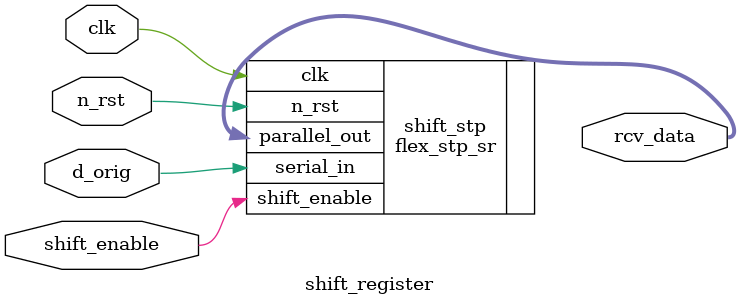
<source format=sv>

module shift_register
(
	input wire clk,
	input wire n_rst,
	input wire shift_enable,
	input wire d_orig,
	output wire [7:0] rcv_data

);

	flex_stp_sr  #(8,1) shift_stp (.clk(clk),.n_rst(n_rst),.shift_enable(shift_enable),.serial_in(d_orig),.parallel_out(rcv_data));
	

endmodule

</source>
